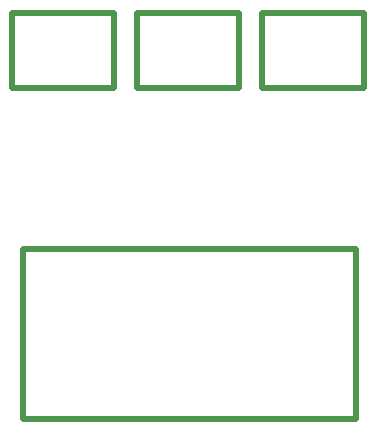
<source format=gbo>
G04 start of page 2 for group 12 layer_idx 7 *
G04 Title: (unknown), bottom_silk *
G04 Creator: pcb-rnd 2.2.0 *
G04 CreationDate: 2020-03-19 21:02:38 UTC *
G04 For:  *
G04 Format: Gerber/RS-274X *
G04 PCB-Dimensions: 500000 500000 *
G04 PCB-Coordinate-Origin: lower left *
%MOIN*%
%FSLAX25Y25*%
%LNBOTTOM_SILK_NONE_12*%
%ADD53C,0.0200*%
G54D53*X217126Y242008D02*Y217008D01*
X183268Y242008D02*X217126D01*
X183268Y217008D02*Y242008D01*
Y217008D02*X217126D01*
X186811Y106693D02*Y163189D01*
X300591Y242008D02*Y217008D01*
X266732Y242008D02*X300591D01*
X266732Y217008D02*Y242008D01*
Y217008D02*X300591D01*
X297835Y163189D02*Y106693D01*
X258858Y242008D02*Y217008D01*
X225000Y242008D02*X258858D01*
X225000Y217008D02*Y242008D01*
Y217008D02*X258858D01*
X186811Y163189D02*X297835D01*
X186811Y106693D02*X297835D01*
M02*

</source>
